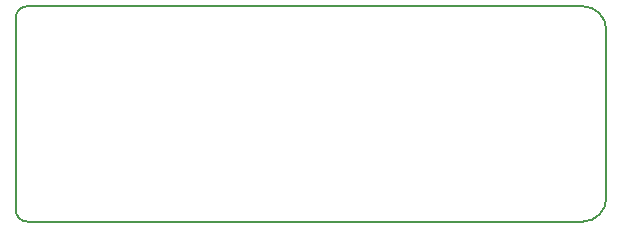
<source format=gm1>
G04 #@! TF.FileFunction,Profile,NP*
%FSLAX46Y46*%
G04 Gerber Fmt 4.6, Leading zero omitted, Abs format (unit mm)*
G04 Created by KiCad (PCBNEW 4.0.2-stable) date Tue 01 Mar 2016 12:52:29 PM EST*
%MOMM*%
G01*
G04 APERTURE LIST*
%ADD10C,0.100000*%
%ADD11C,0.150000*%
G04 APERTURE END LIST*
D10*
D11*
X100000000Y-80500000D02*
X100000000Y-96750000D01*
X150000000Y-81500000D02*
X150000000Y-95750000D01*
X148000000Y-79500000D02*
X101000000Y-79500000D01*
X101000000Y-97750000D02*
X148000000Y-97750000D01*
X101000000Y-79500000D02*
G75*
G03X100000000Y-80500000I0J-1000000D01*
G01*
X100000000Y-96750000D02*
G75*
G03X101000000Y-97750000I1000000J0D01*
G01*
X148000000Y-97750000D02*
G75*
G03X150000000Y-95750000I0J2000000D01*
G01*
X150000000Y-81500000D02*
G75*
G03X148000000Y-79500000I-2000000J0D01*
G01*
M02*

</source>
